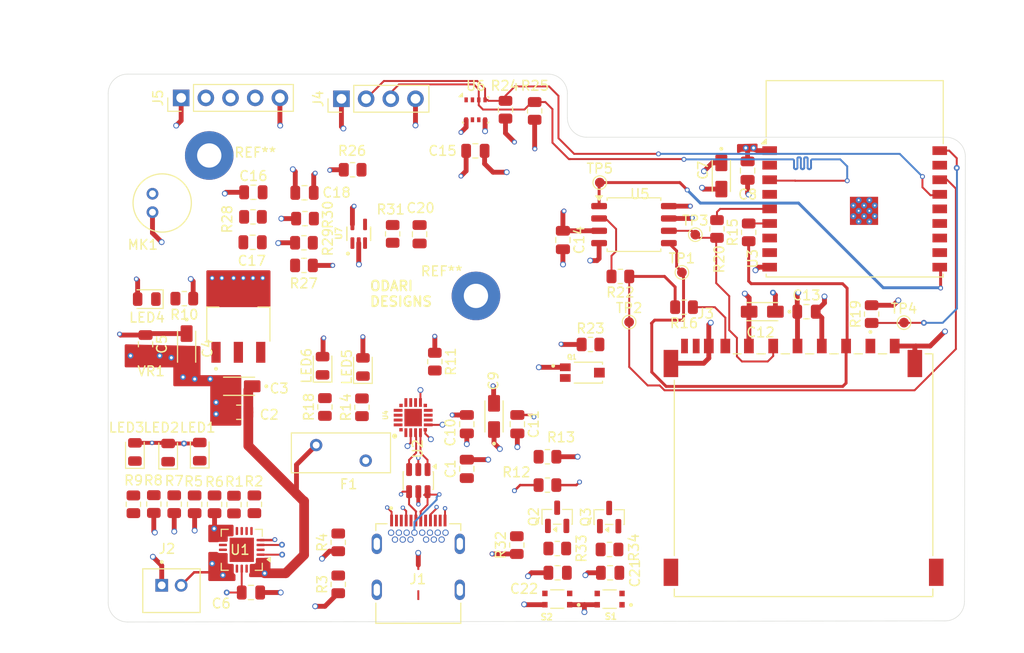
<source format=kicad_pcb>
(kicad_pcb (version 20241229) (generator "pcbnew") (generator_version "9.0")
  (layers (0 "F.Cu" jumper) (4 "In1.Cu" power) (6 "In2.Cu" power) (2 "B.Cu" signal) (13 "F.Paste" user) (15 "B.Paste" user) (5 "F.SilkS" user "F.Silkscreen") (7 "B.SilkS" user "B.Silkscreen") (1 "F.Mask" user) (3 "B.Mask" user) (25 "Edge.Cuts" user))
  (net 0 "")
  (net 1 "GND")
  (net 2 "Net-(J1-VBUSB1)")
  (net 3 "+5V")
  (net 4 "+3.3V")
  (net 5 "/+5V_USB")
  (net 6 "Net-(U4-VBUS)")
  (net 7 "Net-(C16-Pad2)")
  (net 8 "/MCU_sheet/MIC_OUT")
  (net 9 "/MCU_sheet/BOOT")
  (net 10 "/MCU_sheet/EN")
  (net 11 "/MCU_sheet/SDA")
  (net 12 "/MCU_sheet/SCL")
  (net 13 "/MCU_sheet/GPIO18")
  (net 14 "/MCU_sheet/GPIO8")
  (net 15 "/MCU_sheet/GPIO19")
  (net 16 "Net-(LED1-Pad1)")
  (net 17 "Net-(LED2-Pad1)")
  (net 18 "Net-(LED3-Pad1)")
  (net 19 "Net-(LED4-Pad1)")
  (net 20 "Net-(LED5-Pad1)")
  (net 21 "Net-(LED6-Pad1)")
  (net 22 "/MCU_sheet/RTS")
  (net 23 "Net-(Q2-B)")
  (net 24 "Net-(Q3-B)")
  (net 25 "/MCU_sheet/DTS")
  (net 26 "Net-(U1-STAT2)")
  (net 27 "Net-(U1-STAT1{slash}~{LBO})")
  (net 28 "Net-(J1-CC2)")
  (net 29 "Net-(J1-CC1)")
  (net 30 "Net-(U1-PROG1)")
  (net 31 "Net-(U1-PROG3)")
  (net 32 "Net-(U1-CE)")
  (net 33 "Net-(U1-~{TE})")
  (net 34 "Net-(U1-~{PG})")
  (net 35 "Net-(U4-~{RST})")
  (net 36 "/VBUS")
  (net 37 "Net-(U4-~{TXT}{slash}GPIO.2)")
  (net 38 "/MCU_sheet/MOSI_DI")
  (net 39 "Net-(U3-IO7)")
  (net 40 "Net-(J3-DAT0)")
  (net 41 "/MCU_sheet/MISO_DO")
  (net 42 "Net-(U4-~{RXT}{slash}GPIO.3)")
  (net 43 "/MCU_sheet/CD_SD")
  (net 44 "Net-(U3-IO6)")
  (net 45 "/MCU_sheet/SCLK")
  (net 46 "Net-(U5-DO{slash}IO_{1})")
  (net 47 "/MCU_sheet/PHOTO_C")
  (net 48 "Net-(U7-IN+)")
  (net 49 "/MCU_sheet/CS")
  (net 50 "/VBAT")
  (net 51 "/USB_DN")
  (net 52 "/MCU_sheet/USB_D+")
  (net 53 "/USB_DP")
  (net 54 "/MCU_sheet/USB_D-")
  (net 55 "/MCU_sheet/TX_RX")
  (net 56 "/MCU_sheet/RX_TX")
  (net 75 "Net-(C17-Pad1)")
  (net 76 "Net-(U7-IN-)")
  (footprint "FootPrints:TRANS_TEMT6000X01" (layer "F.Cu") (at 136.285 111.74)
    (property "Reference" "Q1")
    (property "Value" "TEMT6000X01")
  )
  (footprint "FootPrints:CAPMP3216X180N" (layer "F.Cu") (at 154.8 105.4625 180)
    (property "Reference" "C12")
    (property "Value" "10u")
  )
  (footprint "LED_SMD:LED_0805_2012Metric" (layer "F.Cu") (at 93.67 119.9725 90)
    (property "Reference" "LED2")
    (property "Value" "LTST-C170KGKT")
  )
  (footprint "Connector_PinHeader_2.54mm:PinHeader_1x04_P2.54mm_Vertical" (layer "F.Cu") (at 111.5 83.54 90)
    (property "Reference" "J4")
    (property "Value" "Conn_01x04_Pin")
  )
  (footprint "FootPrints:SW_USLPT2819DT2TR" (layer "F.Cu") (at 133.71 135.055 180)
    (property "Reference" "S2")
    (property "Value" "USLPT2819DT2TR")
  )
  (footprint "Fuse:Fuse_BelFuse_0ZRE0016FF_L9.9mm_W3.8mm" (layer "F.Cu") (at 114 120.8 180)
    (property "Reference" "F1")
    (property "Value" "Polyfuse_Small")
  )
  (footprint "Resistor_SMD:R_0805_2012Metric" (layer "F.Cu") (at 131.38 84.79 90)
    (property "Reference" "R25")
    (property "Value" "4K7")
  )
  (footprint "Resistor_SMD:R_0805_2012Metric" (layer "F.Cu") (at 109.8 115.2775 90)
    (property "Reference" "R18")
    (property "Value" "470R")
  )
  (footprint "Package_TO_SOT_SMD:SOT-23" (layer "F.Cu") (at 139.045 126.6125 90)
    (property "Reference" "Q3")
    (property "Value" "BC817")
  )
  (footprint "MountingHole:MountingHole_2.5mm_Pad" (layer "F.Cu") (at 125.34 103.84)
    (property "Reference" "REF**")
    (property "Value" "MountingHole_2.5mm_Pad")
  )
  (footprint "Resistor_SMD:R_0805_2012Metric" (layer "F.Cu") (at 113.61 115.3075 90)
    (property "Reference" "R14")
    (property "Value" "470R")
  )
  (footprint "Resistor_SMD:R_0805_2012Metric" (layer "F.Cu") (at 121.11 110.6075 -90)
    (property "Reference" "R11")
    (property "Value" "1k")
  )
  (footprint "FootPrints:VREG_LM1117MPX-3.3_NOPB" (layer "F.Cu") (at 100.895 106.745 90)
    (property "Reference" "VR1")
    (property "Value" "LM1117MPX-3.3_NOPB")
  )
  (footprint "FootPrints:CAPMP3216X180N" (layer "F.Cu") (at 127.2 116.25 90)
    (property "Reference" "C9")
    (property "Value" "4.7u")
  )
  (footprint "FootPrints:SW_USLPT2819DT2TR" (layer "F.Cu") (at 139.095 135.06 180)
    (property "Reference" "S1")
    (property "Value" "USLPT2819DT2TR")
  )
  (footprint "Package_DFN_QFN:QFN-20-1EP_4x4mm_P0.5mm_EP2.5x2.5mm" (layer "F.Cu") (at 101.245 129.985 180)
    (property "Reference" "U1")
    (property "Value" "MCP73871")
  )
  (footprint "Resistor_SMD:R_0805_2012Metric" (layer "F.Cu") (at 107.6425 98.37 180)
    (property "Reference" "R29")
    (property "Value" "1M")
  )
  (footprint "LED_SMD:LED_0805_2012Metric" (layer "F.Cu") (at 113.71 111.1575 90)
    (property "Reference" "LED5")
    (property "Value" "LTST-C170KGKT")
  )
  (footprint "Resistor_SMD:R_0805_2012Metric" (layer "F.Cu") (at 92.195 125.2725 -90)
    (property "Reference" "R8")
    (property "Value" "10K")
  )
  (footprint "Resistor_SMD:R_0805_2012Metric" (layer "F.Cu") (at 116.77 97.4525 90)
    (property "Reference" "R31")
    (property "Value" "100K")
  )
  (footprint "Capacitor_SMD:C_0805_2012Metric" (layer "F.Cu") (at 102.19 134.38)
    (property "Reference" "C6")
    (property "Value" "0.1u")
  )
  (footprint "Resistor_SMD:R_0805_2012Metric" (layer "F.Cu") (at 95.3325 104.12 180)
    (property "Reference" "R10")
    (property "Value" "470R")
  )
  (footprint "Package_TO_SOT_SMD:SOT-23" (layer "F.Cu") (at 133.695 126.5875 90)
    (property "Reference" "Q2")
    (property "Value" "BC817")
  )
  (footprint "MountingHole:MountingHole_2.5mm_Pad" (layer "F.Cu") (at 97.9 89.38)
    (property "Reference" "REF**")
    (property "Value" "MountingHole_2.5mm_Pad")
  )
  (footprint "FootPrints:CAPMP3216X180N" (layer "F.Cu") (at 150.59 91.49 -90)
    (property "Reference" "C7")
    (property "Value" "10u")
  )
  (footprint "Resistor_SMD:R_0805_2012Metric" (layer "F.Cu") (at 150.14 96.9425 90)
    (property "Reference" "R20")
    (property "Value" "50")
  )
  (footprint "Resistor_SMD:R_0805_2012Metric" (layer "F.Cu") (at 107.6425 100.7 180)
    (property "Reference" "R27")
    (property "Value" "1M")
  )
  (footprint "FootPrints:CUI_CMC-5042PF-AC" (layer "F.Cu") (at 93.06 94.27 180)
    (property "Reference" "MK1")
    (property "Value" "CMC-5042PF-AC")
  )
  (footprint "Resistor_SMD:R_0805_2012Metric" (layer "F.Cu") (at 90.095 125.2975 90)
    (property "Reference" "R9")
    (property "Value" "470R")
  )
  (footprint "Capacitor_SMD:C_0805_2012Metric" (layer "F.Cu") (at 102.36 98.32)
    (property "Reference" "C17")
    (property "Value" "10n")
  )
  (footprint "RF_Module:ESP32-C3-WROOM-02" (layer "F.Cu") (at 164.31 94.88)
    (property "Reference" "U3")
    (property "Value" "ESP32-C3-WROOM-02")
  )
  (footprint "Package_LGA:Bosch_LGA-8_2.5x2.5mm_P0.65mm_ClockwisePinNumbering" (layer "F.Cu") (at 125.305 84.6775)
    (property "Reference" "U6")
    (property "Value" "BME280")
  )
  (footprint "Capacitor_SMD:C_0805_2012Metric" (layer "F.Cu") (at 153.29 90.94 -90)
    (property "Reference" "C8")
    (property "Value" "0.1u")
  )
  (footprint "Resistor_SMD:R_0805_2012Metric" (layer "F.Cu") (at 111.1705 129.217 90)
    (property "Reference" "R4")
    (property "Value" "5K1")
  )
  (footprint "FootPrints:JST_B2B-PH-K-S_LF__SN_" (layer "F.Cu") (at 94.01 134.19 180)
    (property "Reference" "J2")
    (property "Value" "B2B-PH-K-S_LF__SN_")
  )
  (footprint "TestPoint:TestPoint_Pad_D1.0mm" (layer "F.Cu") (at 141.1 106.53)
    (property "Reference" "TP2")
    (property "Value" "Test MISO")
  )
  (footprint "Resistor_SMD:R_0805_2012Metric" (layer "F.Cu") (at 129.545 129.4975 90)
    (property "Reference" "R32")
    (property "Value" "10K")
  )
  (footprint "Package_SO:SOIC-8_5.3x5.3mm_P1.27mm" (layer "F.Cu") (at 141.6 96.5)
    (property "Reference" "U5")
    (property "Value" "W25Q16JVSS")
  )
  (footprint "Resistor_SMD:R_0805_2012Metric" (layer "F.Cu") (at 137.1275 108.84)
    (property "Reference" "R23")
    (property "Value" "10K")
  )
  (footprint "Resistor_SMD:R_0805_2012Metric" (layer "F.Cu") (at 96.395 125.2975 90)
    (property "Reference" "R5")
    (property "Value" "10K")
  )
  (footprint "Capacitor_SMD:C_0805_2012Metric" (layer "F.Cu") (at 124.4 117.05 90)
    (property "Reference" "C10")
    (property "Value" "0.1u")
  )
  (footprint "Resistor_SMD:R_0805_2012Metric" (layer "F.Cu") (at 153.4 97.2925 90)
    (property "Reference" "R15")
    (property "Value" "50")
  )
  (footprint "Capacitor_SMD:C_0805_2012Metric" (layer "F.Cu") (at 159.35 105.4625)
    (property "Reference" "C13")
    (property "Value" "0.1u")
  )
  (footprint "Resistor_SMD:R_0805_2012Metric" (layer "F.Cu") (at 98.445 125.2975 90)
    (property "Reference" "R6")
    (property "Value" "10K")
  )
  (footprint "Capacitor_SMD:C_0805_2012Metric" (layer "F.Cu") (at 133.745 132.35 180)
    (property "Reference" "C22")
    (property "Value" "1u")
  )
  (footprint "Capacitor_SMD:C_0805_2012Metric" (layer "F.Cu") (at 107.7 93.22 180)
    (property "Reference" "C18")
    (property "Value" "0.1u")
  )
  (footprint "Capacitor_SMD:C_0805_2012Metric" (layer "F.Cu") (at 125.28 88.9025)
    (property "Reference" "C15")
    (property "Value" "0.1u")
  )
  (footprint "LED_SMD:LED_0805_2012Metric" (layer "F.Cu") (at 109.56 111.0325 90)
    (property "Reference" "LED6")
    (property "Value" "LTST-C170KGKT")
  )
  (footprint "Package_TO_SOT_SMD:SOT-23-6" (layer "F.Cu") (at 119.41 122.8575 -90)
    (property "Reference" "U2")
    (property "Value" "USBLC6-2SC6")
  )
  (footprint "Resistor_SMD:R_0805_2012Metric" (layer "F.Cu") (at 139.0825 129.95)
    (property "Reference" "R34")
    (property "Value" "10K")
  )
  (footprint "Connector_PinHeader_2.54mm:PinHeader_1x05_P2.54mm_Vertical" (layer "F.Cu") (at 95.01 83.45 90)
    (property "Reference" "J5")
    (property "Value" "Conn_01x05_Pin")
  )
  (footprint "Capacitor_SMD:C_0805_2012Metric" (layer "F.Cu") (at 124.4 121.65 90)
    (property "Reference" "C1")
    (property "Value" "0.1u")
  )
  (footprint "Resistor_SMD:R_0805_2012Metric" (layer "F.Cu") (at 111.1705 133.542 90)
    (property "Reference" "R3")
    (property "Value" "5K1")
  )
  (footprint "FootPrints:AMPHENOL_GSD090012SEU" (layer "F.Cu") (at 159.05 122.3)
    (property "Reference" "J3")
    (property "Value" "GSD090012SEU")
  )
  (footprint "Capacitor_SMD:C_0805_2012Metric" (layer "F.Cu") (at 100.97 115.82 180)
    (property "Reference" "C2")
    (property "Value" "0.1u")
  )
  (footprint "Capacitor_SMD:C_0805_2012Metric" (layer "F.Cu") (at 102.44 93.17)
    (property "Reference" "C16")
    (property "Value" "0.1u")
  )
  (footprint "FootPrints:WFQFN-20" (layer "F.Cu") (at 118.8795 116.3705 90)
    (property "Reference" "U4")
    (property "Value" "CP2102N-Axx-xQFN20")
  )
  (footprint "Capacitor_SMD:C_0805_2012Metric" (layer "F.Cu") (at 139.145 132.35 180)
    (property "Reference" "C21")
    (property "Value" "0.1u")
  )
  (footprint "Resistor_SMD:R_0805_2012Metric" (layer "F.Cu") (at 107.75 95.88 180)
    (property "Reference" "R30")
    (property "Value" "10k")
  )
  (footprint "Resistor_SMD:R_0805_2012Metric" (layer "F.Cu") (at 133.7075 129.85 180)
    (property "Reference" "R33")
    (property "Value" "10K")
  )
  (footprint "TestPoint:TestPoint_Pad_D1.0mm" (layer "F.Cu") (at 138.08 92.17)
    (property "Reference" "TP5")
    (property "Value" "CS")
  )
  (footprint "FootPrints:CAPMP3216X180N" (layer "F.Cu") (at 95.57 109.07 -90)
    (property "Reference" "C4")
    (property "Value" "10u")
  )
  (footprint "Resistor_SMD:R_0805_2012Metric" (layer "F.Cu") (at 146.7475 105 180)
    (property "Reference" "R16")
    (property "Value" "50")
  )
  (footprint "Capacitor_SMD:C_0805_2012Metric" (layer "F.Cu") (at 91.345 108.82 -90)
    (property "Reference" "C5")
    (property "Value" "0.1u")
  )
  (footprint "Resistor_SMD:R_0805_2012Metric" (layer "F.Cu") (at 94.295 125.285 -90)
    (property "Reference" "R7")
    (property "Value" "10K")
  )
  (footprint "Resistor_SMD:R_0805_2012Metric" (layer "F.Cu") (at 140.2 101.835 180)
    (property "Reference" "R22")
    (property "Value" "50")
  )
  (footprint "Resistor_SMD:R_0805_2012Metric" (layer "F.Cu") (at 102.545 125.2975 90)
    (property "Reference" "R2")
    (property "Value" "470R")
  )
  (footprint "LED_SMD:LED_0805_2012Metric" (layer "F.Cu") (at 90.25 119.9075 90)
    (property "Reference" "LED3")
    (property "Value" "LTST-C170KRKT")
  )
  (footprint "Resistor_SMD:R_0805_2012Metric" (layer "F.Cu") (at 128.38 84.665 90)
    (property "Reference" "R24")
    (property "Value" "4K7")
  )
  (footprint "Resistor_SMD:R_0805_2012Metric" (layer "F.Cu") (at 102.3975 95.7 180)
    (property "Reference" "R28")
    (property "Value" "2K")
  )
  (footprint "Resistor_SMD:R_0805_2012Metric" (layer "F.Cu") (at 112.6525 90.85)
    (property "Reference" "R26")
    (property "Value" "2K")
  )
  (footprint "FootPrints:CAPMP3216X180N" (layer "F.Cu") (at 100.97 113.145 180)
    (property "Reference" "C3")
    (property "Value" "10u")
  )
  (footprint "Resistor_SMD:R_0805_2012Metric" (layer "F.Cu") (at 132.7 120.4)
    (property "Reference" "R13")
    (property "Value" "47K5")
  )
  (footprint "SS-52400-003:BELFUSE_SS-52400-003" (layer "F.Cu") (at 119.41 134.1)
    (property "Reference" "J1")
    (property "Value" "SS-52400-003")
  )
  (footprint "Resistor_SMD:R_0805_2012Metric" (layer "F.Cu") (at 132.6975 123.32)
    (property "Reference" "R12")
    (property "Value" "22.1K")
  )
  (footprint "Capacitor_SMD:C_0805_2012Metric" (layer "F.Cu") (at 134.2875 98.085 -90)
    (property "Reference" "C14")
    (property "Value" "0.1u")
  )
  (footprint "LED_SMD:LED_0805_2012Metric" (layer "F.Cu") (at 91.47 104.17 180)
    (property "Reference" "LED4")
    (property "Value" "LTST-C170KRKT")
  )
  (footprint "TestPoint:TestPoint_Pad_D1.0mm" (layer "F.Cu") (at 146.53 101.42)
    (property "Reference" "TP1")
    (property "Value" "Test MOSI")
  )
  (footprint "LED_SMD:LED_0805_2012Metric" (layer "F.Cu") (at 96.92 119.8725 90)
    (property "Reference" "LED1")
    (property "Value" "LTST-C170KGKT")
  )
  (footprint "TestPoint:TestPoint_Pad_D1.0mm" (layer "F.Cu") (at 169.38 106.59)
    (property "Reference" "TP4")
    (property "Value" "Test CD_SD")
  )
  (footprint "TestPoint:TestPoint_Pad_D1.0mm" (layer "F.Cu") (at 147.91 97.53)
    (property "Reference" "TP3")
    (property "Value" "Test SCLK")
  )
  (footprint "Capacitor_SMD:C_0805_2012Metric" (layer "F.Cu") (at 129.6 117.05 -90)
    (property "Reference" "C11")
    (property "Value" "1u")
  )
  (footprint "Capacitor_SMD:C_0805_2012Metric" (layer "F.Cu") (at 119.54 97.49 90)
    (property "Reference" "C20")
    (property "Value" "0.1u")
  )
  (footprint "FootPrints:SOT65P210X110-5N" (layer "F.Cu") (at 113.28 97.44 90)
    (property "Reference" "U7")
    (property "Value" "MAX4466EXK")
  )
  (footprint "Resistor_SMD:R_0805_2012Metric" (layer "F.Cu") (at 100.445 125.3225 90)
    (property "Reference" "R1")
    (property "Value" "470R")
  )
  (footprint "Resistor_SMD:R_0805_2012Metric" (layer "F.Cu") (at 166.05 105.7125 90)
    (property "Reference" "R19")
    (property "Value" "10k")
  )
  (gr_line (start 87.5 135.417287) (end 87.5 83) (stroke (width 0.05)) (layer "Edge.Cuts"))
  (gr_arc (start 87.5 83) (mid 88.085786 81.585786) (end 89.5 81) (stroke (width 0.05)) (layer "Edge.Cuts"))
  (gr_line (start 134.75 85.5) (end 134.75 83) (stroke (width 0.05)) (layer "Edge.Cuts"))
  (gr_arc (start 173.695959 87.5) (mid 175.111626 88.0872) (end 175.695955 89.504037) (stroke (width 0.05)) (layer "Edge.Cuts"))
  (gr_line (start 173.695959 87.5) (end 136.75 87.5) (stroke (width 0.05)) (layer "Edge.Cuts"))
  (gr_arc (start 136.75 87.5) (mid 135.335786 86.914214) (end 134.75 85.5) (stroke (width 0.05)) (layer "Edge.Cuts"))
  (gr_line (start 175.603494 135.30732) (end 175.695955 89.504037) (stroke (width 0.05)) (layer "Edge.Cuts"))
  (gr_line (start 89.502711 137.417285) (end 173.606209 137.303281) (stroke (width 0.05)) (layer "Edge.Cuts"))
  (gr_arc (start 132.75 81) (mid 134.164214 81.585786) (end 134.75 83) (stroke (width 0.05)) (layer "Edge.Cuts"))
  (gr_arc (start 89.502711 137.417285) (mid 88.08675 136.832458) (end 87.5 135.417287) (stroke (width 0.05)) (layer "Edge.Cuts"))
  (gr_arc (start 175.603494 135.30732) (mid 175.017243 136.717965) (end 173.606209 137.303281) (stroke (width 0.05)) (layer "Edge.Cuts"))
  (gr_line (start 132.75 81) (end 89.5 81) (stroke (width 0.05)) (layer "Edge.Cuts"))
  (gr_text "ODARI\nDESIGNS" (at 114.33 105.01 0) (layer "F.SilkS") (effects (font (size 1 1) (thickness 0.2) (bold yes)) (justify left bottom)))
  (segment (start 101.49 93.17) (end 99.63 93.17) (width 0.5) (layer "F.Cu") (net 1))
  (segment (start 94.295 128.095) (end 94.3 128.1) (width 0.5) (layer "F.Cu") (net 1))
  (segment (start 122.16 126.97) (end 122.16 125.71) (width 0.2) (layer "F.Cu") (net 1))
  (segment (start 127.1 91.1) (end 128.5 91.1) (width 0.5) (layer "F.Cu") (net 1))
  (segment (start 149.3 110.25) (end 149.3 109) (width 0.5) (layer "F.Cu") (net 1))
  (segment (start 134.985 135.635) (end 136.5 135.635) (width 0.5) (layer "F.Cu") (net 1))
  (segment (start 153.425 109) (end 153.425 105.4875) (width 0.5) (layer "F.Cu") (net 1))
  (segment (start 136.5 135.635) (end 137.815 135.635) (width 0.5) (layer "F.Cu") (net 1))
  (segment (start 98.445 127.755) (end 98.4 127.8) (width 0.5) (layer "F.Cu") (net 1))
  (segment (start 126.28 85.7025) (end 126.28 86.88) (width 0.5) (layer "F.Cu") (net 1))
  (segment (start 131.8 111.2) (end 131.81 111.19) (width 0.5) (layer "F.Cu") (net 1))
  (segment (start 105.17 86.27) (end 105.2 86.3) (width 0.5) (layer "F.Cu") (net 1))
  (segment (start 137.815 135.635) (end 137.82 135.64) (width 0.5) (layer "F.Cu") (net 1))
  (segment (start 116.66 126.97) (end 116.66 126.08) (width 0.2) (layer "F.Cu") (net 1))
  (segment (start 96.1 102.2) (end 96 102.1) (width 0.5) (layer "F.Cu") (net 1))
  (segment (start 111.1705 130.1295) (end 110.2705 130.1295) (width 0.5) (layer "F.Cu") (net 1))
  (segment (start 124.4 120.7) (end 126.6 120.7) (width 0.5) (layer "F.Cu") (net 1))
  (segment (start 173.569 107.5) (end 172.069 109) (width 0.5) (layer "F.Cu") (net 1))
  (segment (start 106.8375 95.88) (end 105.32 95.88) (width 0.5) (layer "F.Cu") (net 1))
  (segment (start 153.45 104.05) (end 153 103.6) (width 0.5) (layer "F.Cu") (net 1))
  (segment (start 153.45 105.4625) (end 153.45 104.05) (width 0.5) (layer "F.Cu") (net 1))
  (segment (start 145.4 110.8) (end 145.426 110.774) (width 0.5) (layer "F.Cu") (net 1))
  (segment (start 99.63 93.17) (end 99.5 93.3) (width 0.5) (layer "F.Cu") (net 1))
  (segment (start 109.8 135.8) (end 108.8 135.8) (width 0.5) (layer "F.Cu") (net 1))
  (segment (start 118.6295 117.9205) (end 118.6295 118.9705) (width 0.2) (layer "F.Cu") (net 1))
  (segment (start 138.0125 98.405) (end 138.0125 99.9875) (width 0.5) (layer "F.Cu") (net 1))
  (segment (start 129.6 118) (end 129.6 119.4) (width 0.5) (layer "F.Cu") (net 1))
  (segment (start 105.17 83.45) (end 105.17 86.27) (width 0.5) (layer "F.Cu") (net 1))
  (segment (start 93.01 131.61) (end 92.1 130.7) (width 0.5) (layer "F.Cu") (net 1))
  (segment (start 131.05 132.35) (end 130.7 132.7) (width 0.5) (layer "F.Cu") (net 1))
  (segment (start 126.3 86.9) (end 126.28 86.88) (width 0.5) (layer "F.Cu") (net 1))
  (segment (start 113.28 98.4) (end 113.28 100.58) (width 0.5) (layer "F.Cu") (net 1))
  (segment (start 148.776 110.774) (end 149.3 110.25) (width 0.5) (layer "F.Cu") (net 1))
  (segment (start 119.1 86.3) (end 119.12 86.28) (width 0.5) (layer "F.Cu") (net 1))
  (segment (start 111.1455 134.4545) (end 109.8 135.8) (width 0.5) (layer "F.Cu") (net 1))
  (segment (start 161.2 104.5625) (end 161.2 103.9) (width 0.5) (layer "F.Cu") (net 1))
  (segment (start 134.53 111.19) (end 131.81 111.19) (width 0.5) (layer "F.Cu") (net 1))
  (segment (start 138.0125 99.9875) (end 137.8 100.2) (width 0.5) (layer "F.Cu") (net 1))
  (segment (start 92.195 126.185) (end 92.195 128.095) (width 0.5) (layer "F.Cu") (net 1))
  (segment (start 96.395 127.995) (end 96.4 128) (width 0.5) (layer "F.Cu") (net 1))
  (segment (start 119.6 113.5) (end 119.6295 113.5295) (width 0.2) (layer "F.Cu") (net 1))
  (segment (start 160.925 109) (end 160.925 106.0875) (width 0.5) (layer "F.Cu") (net 1))
  (segment (start 94.295 126.1975) (end 94.295 128.095) (width 0.5) (layer "F.Cu") (net 1))
  (segment (start 135.7 120.4) (end 135.8 120.4) (width 0.5) (layer "F.Cu") (net 1))
  (segment (start 92.06 95.22) (end 92.06 97.36) (width 0.5) (layer "F.Cu") (net 1))
  (segment (start 103.14 134.38) (end 105.25 134.38) (width 0.5) (layer "F.Cu") (net 1))
  (segment (start 113.28 100.58) (end 113.3 100.6) (width 0.5) (layer "F.Cu") (net 1))
  (segment (start 111.1705 134.4545) (end 111.1455 134.4545) (width 0.5) (layer "F.Cu") (net 1))
  (segment (start 145.426 110.774) (end 148.776 110.774) (width 0.5) (layer "F.Cu") (net 1))
  (segment (start 92.195 128.095) (end 92.3 128.2) (width 0.5) (layer "F.Cu") (net 1))
  (segment (start 119.6295 114.8205) (end 119.6295 113.5295) (width 0.2) (layer "F.Cu") (net 1))
  (segment (start 172.069 109) (end 170.6 109) (width 0.5) (layer "F.Cu") (net 1))
  (segment (start 119.41 121.72) (end 119.41 120.518712) (width 0.2) (layer "F.Cu") (net 1))
  (segment (start 126.23 88.9025) (end 126.23 90.23) (width 0.5) (layer "F.Cu") (net 1))
  (segment (start 119.41 130.31) (end 119.4 130.3) (width 0.5) (layer "F.Cu") (net 1))
  (segment (start 148.74 92.84) (end 148.6 92.7) (width 0.5) (layer "F.Cu") (net 1))
  (segment (start 168.425 109) (end 170.6 109) (width 0.5) (layer "F.Cu") (net 1))
  (segment (start 138.195 132.35) (end 136.85 132.35) (width 0.5) (layer "F.Cu") (net 1))
  (segment (start 155.56 100.88) (end 154.42 100.88) (width 0.5) (layer "F.Cu") (net 1))
  (segment (start 136.5 135.635) (end 136.5 136.4) (width 0.5) (layer "F.Cu") (net 1))
  (segment (start 149.5 106.6) (end 149.3 106.8) (width 0.5) (layer "F.Cu") (net 1))
  (segment (start 133.6125 120.4) (end 135.7 120.4) (width 0.5) (layer "F.Cu") (net 1))
  (segment (start 96.245 104.12) (end 96.245 102.345) (width 0.5) (layer "F.Cu") (net 1))
  (segment (start 154.42 100.88) (end 154.1 101.2) (width 0.5) (layer "F.Cu") (net 1))
  (segment (start 150.59 92.84) (end 148.74 92.84) (width 0.5) (layer "F.Cu") (net 1))
  (segment (start 116.66 126.08) (end 116.21 125.63) (width 0.2) (layer "F.Cu") (net 1))
  (segment (start 170.5 109.1) (end 170.6 109) (width 0.5) (layer "F.Cu") (net 1))
  (segment (start 92.06 97.36) (end 93 98.3) (width 0.5) (layer "F.Cu") (net 1))
  (segment (start 153.425 105.4875) (end 153.45 105.4625) (width 0.5) (layer "F.Cu") (net 1))
  (segment (start 127.2 119) (end 127.2 117.6) (width 0.5) (layer "F.Cu") (net 1))
  (segment (start 170.5 110.8) (end 170.5 109.1) (width 0.5) (layer "F.Cu") (net 1))
  (segment (start 105.03 98.37) (end 105 98.4) (width 0.5) (layer "F.Cu") (net 1))
  (segment (start 93.01 133.64) (end 93.01 131.61) (width 0.5) (layer "F.Cu") (net 1))
  (segment (start 106.73 98.37) (end 105.03 98.37) (width 0.5) (layer "F.Cu") (net 1))
  (segment (start 132.795 132.35) (end 131.05 132.35) (width 0.5) (layer "F.Cu") (net 1))
  (segment (start 98.445 126.21) (end 98.445 127.755) (width 0.5) (layer "F.Cu") (net 1))
  (segment (start 122.16 125.71) (end 122.15 125.7) (width 0.2) (layer "F.Cu") (net 1))
  (segment (start 149.3 109) (end 149.3 106.8) (width 0.5) (layer "F.Cu") (net 1))
  (segment (start 173.6 107.5) (end 173.569 107.5) (width 0.5) (layer "F.Cu") (net 1))
  (segment (start 127.8 119.6) (end 127.2 119) (width 0.5) (layer "F.Cu") (net 1))
  (segment (start 153.29 93.29) (end 153.4 93.4) (width 0.5) (layer "F.Cu") (net 1))
  (segment (start 126.23 90.23) (end 127.1 91.1) (width 0.5) (layer "F.Cu") (net 1))
  (segment (start 160.925 106.0875) (end 160.3 105.4625) (width 0.5) (layer "F.Cu") (net 1))
  (segment (start 110.2705 130.1295) (end 109.5 130.9) (width 0.5) (layer "F.Cu") (net 1))
  (segment (start 96.245 102.345) (end 96.1 102.2) (width 0.5) (layer "F.Cu") (net 1))
  (segment (start 119.12 83.54) (end 119.12 86.28) (width 0.5) (layer "F.Cu") (net 1))
  (segment (start 132.435 135.635) (end 130.335 135.635) (width 0.5) (layer "F.Cu") (net 1))
  (segment (start 134.2875 100.5875) (end 134.3 100.6) (width 0.5) (layer "F.Cu") (net 1))
  (segment (start 118.6295 118.9705) (end 118.3 119.3) (width 0.2) (layer "F.Cu") (net 1))
  (segment (start 119.41 131.55) (end 119.41 130.31) (width 0.5) (layer "F.Cu") (net 1))
  (segment (start 137.8 100.2) (end 137.1 100.2) (width 0.5) (layer "F.Cu") (net 1))
  (segment (start 153.29 91.89) (end 153.29 93.29) (width 0.5) (layer "F.Cu") (net 1))
  (segment (start 106.75 91.05) (end 106.5 90.8) (width 0.5) (layer "F.Cu") (net 1))
  (segment (start 160.3 105.4625) (end 161.2 104.5625) (width 0.5) (layer "F.Cu") (net 1))
  (segment (start 134.2875 99.035) (end 134.2875 100.5875) (width 0.5) (layer "F.Cu") (net 1))
  (segment (start 106.75 93.22) (end 106.75 91.05) (width 0.5) (layer "F.Cu") (net 1))
  (segment (start 136.85 132.35) (end 136.6 132.6) (width 0.5) (layer "F.Cu") (net 1))
  (segment (start 124.4 118) (end 124.4 119.1) (width 0.5) (layer "F.Cu") (net 1))
  (segment (start 105.3 95.9) (end 105.32 95.88) (width 0.5) (layer "F.Cu") (net 1))
  (segment (start 96.395 126.21) (end 96.395 127.995) (width 0.5) (layer "F.Cu") (net 1))
  (segment (start 130.335 135.635) (end 130.3 135.6) (width 0.5) (layer "F.Cu") (net 1))
  (via (at 136.5 136.4) (size 0.6) (drill 0.4) (layers "F.Cu" "B.Cu") (net 1))
  (via (at 153 103.6) (size 0.6) (drill 0.4) (layers "F.Cu" "B.Cu") (net 1))
  (via (at 109.5 130.9) (size 0.6) (drill 0.4) (layers "F.Cu" "B.Cu") (net 1))
  (via (at 119.4 130.3) (size 0.6) (drill 0.4) (layers "F.Cu" "B.Cu") (net 1))
  (via (at 137.1 100.2) (size 0.6) (drill 0.4) (layers "F.Cu" "B.Cu") (net 1))
  (via (at 96.4 128) (size 0.6) (drill 0.4) (layers "F.Cu" "B.Cu") (net 1))
  (via (at 131.81 111.19) (size 0.6) (drill 0.4) (layers "F.Cu" "B.Cu") (net 1))
  (via (at 161.2 103.9) (size 0.6) (drill 0.4) (layers "F.Cu" "B.Cu") (net 1))
  (via (at 93 98.3) (size 0.6) (drill 0.4) (layers "F.Cu" "B.Cu") (net 1))
  (via (at 130.3 135.6) (size 0.6) (drill 0.4) (layers "F.Cu" "B.Cu") (net 1))
  (via (at 99.5 93.3) (size 0.6) (drill 0.4) (layers "F.Cu" "B.Cu") (net 1))
  (via (at 108.8 135.8) (size 0.6) (drill 0.4) (layers "F.Cu" "B.Cu") (net 1))
  (via (at 96 102.1) (size 0.6) (drill 0.4) (layers "F.Cu" "B.Cu") (net 1))
  (via (at 134.3 100.6) (size 0.6) (drill 0.4) (layers "F.Cu" "B.Cu") (net 1))
  (via (at 153.4 93.4) (size 0.6) (drill 0.4) (layers "F.Cu" "B.Cu") (net 1))
  (via (at 105.25 134.38) (size 0.6) (drill 0.4) (layers "F.Cu" "B.Cu") (net 1))
  (via (at 92.1 130.7) (size 0.6) (drill 0.4) (layers "F.Cu" "B.Cu") (net 1))
  (via (at 122.16 125.71) (size 0.45) (drill 0.25) (layers "F.Cu" "B.Cu") (net 1))
  (via (at 98.6 116) (size 0.6) (drill 0.3) (layers "F.Cu" "B.Cu") (net 1))
  (via (at 135.8 120.4) (size 0.6) (drill 0.4) (layers "F.Cu" "B.Cu") (net 1))
  (via (at 106.5 90.8) (size 0.6) (drill 0.4) (layers "F.Cu" "B.Cu") (net 1))
  (via (at 105 98.4) (size 0.6) (drill 0.4) (layers "F.Cu" "B.Cu") (net 1))
  (via (at 116.21 125.63) (size 0.45) (drill 0.25) (layers "F.Cu" "B.Cu") (net 1))
  (via (at 130.7 132.7) (size 0.6) (drill 0.4) (layers "F.Cu" "B.Cu") (net 1))
  (via (at 127.8 119.6) (size 0.6) (drill 0.4) (layers "F.Cu" "B.Cu") (net 1))
  (via (at 173.6 107.5) (size 0.6) (drill 0.4) (layers "F.Cu" "B.Cu") (net 1))
  (via (at 113.3 100.6) (size 0.6) (drill 0.4) (layers "F.Cu" "B.Cu") (net 1))
  (via (at 119.6295 113.5295) (size 0.6) (drill 0.4) (layers "F.Cu" "B.Cu") (net 1))
  (via (at 89.8 110) (size 0.6) (drill 0.3) (layers "F.Cu" "B.Cu") (net 1))
  (via (at 124.4 119.1) (size 0.6) (drill 0.4) (layers "F.Cu" "B.Cu") (net 1))
  (via (at 148.6 92.7) (size 0.6) (drill 0.4) (layers "F.Cu" "B.Cu") (net 1))
  (via (at 94 110.2) (size 0.6) (drill 0.3) (layers "F.Cu" "B.Cu") (net 1))
  (via (at 126.6 120.7) (size 0.6) (drill 0.4) (layers "F.Cu" "B.Cu") (net 1))
  (via (at 92.3 128.2) (size 0.6) (drill 0.4) (layers "F.Cu" "B.Cu") (net 1))
  (via (at 154.1 101.2) (size 0.6) (drill 0.4) (layers "F.Cu" "B.Cu") (net 1))
  (via (at 118.3 119.3) (size 0.6) (drill 0.4) (layers "F.Cu" "B.Cu") (net 1))
  (via (at 128.5 91.1) (size 0.6) (drill 0.4) (layers "F.Cu" "B.Cu") (net 1))
  (via (at 136.6 132.6) (size 0.6) (drill 0.4) (layers "F.Cu" "B.Cu") (net 1))
  (via (at 98.6 114.8) (size 0.6) (drill 0.3) (layers "F.Cu" "B.Cu") (net 1))
  (via (at 119.41 120.518712) (size 0.45) (drill 0.25) (layers "F.Cu" "B.Cu") (net 1))
  (via (at 95.2 112.2) (size 0.6) (drill 0.3) (layers "F.Cu" "B.Cu") (net 1))
  (via (at 94.3 128.1) (size 0.6) (drill 0.4) (layers "F.Cu" "B.Cu") (net 1))
  (via (at 92.8 110) (size 0.6) (drill 0.3) (layers "F.Cu" "B.Cu") (net 1))
  (via (at 129.6 119.4) (size 0.6) (drill 0.4) (layers "F.Cu" "B.Cu") (net 1))
  (via (at 105.2 86.3) (size 0.6) (drill 0.4) (layers "F.Cu" "B.Cu") (net 1))
  (via (at 119.12 86.28) (size 0.6) (drill 0.4) (layers "F.Cu" "B.Cu") (net 1))
  (via (at 149.5 106.6) (size 0.6) (drill 0.4) (layers "F.Cu" "B.Cu") (net 1))
  (via (at 126.28 86.88) (size 0.6) (drill 0.4) (layers "F.Cu" "B.Cu") (net 1))
  (via (at 98 112.4) (size 0.6) (drill 0.3) (layers "F.Cu" "B.Cu") (net 1))
  (via (at 96.4 112.4) (size 0.6) (drill 0.3) (layers "F.Cu" "B.Cu") (net 1))
  (via (at 98.4 127.8) (size 0.6) (drill 0.3) (layers "F.Cu" "B.Cu") (net 1))
  (via (at 105.32 95.88) (size 0.6) (drill 0.4) (layers "F.Cu" "B.Cu") (net 1))
  (segment (start 101.92 119.27) (end 101.92 115.82) (width 1) (layer "F.Cu") (net 3))
  (segment (start 103.6 132.4) (end 105.76 132.4) (width 1) (layer "F.Cu") (net 3))
  (segment (start 90.25 118.97) (end 92.01 118.97) (width 0.4) (layer "F.Cu") (net 3))
  (segment (start 106.875 124.225) (end 101.92 119.27) (width 1) (layer "F.Cu") (net 3))
  (segment (start 105.76 132.4) (end 107.66 130.5) (width 1) (layer "F.Cu") (net 3))
  (segment (start 108.9 119.2) (end 106.875 121.225) (width 0.5) (layer "F.Cu") (net 3))
  (segment (start 101.92 115.82) (end 101.92 113.545) (width 1) (layer "F.Cu") (net 3))
  (segment (start 95.3 119.035) (end 96.82 119.035) (width 0.4) (layer "F.Cu") (net 3))
  (segment (start 104.6 128.985) (end 103.1825 128.985) (width 0.25) (layer "F.Cu") (net 3))
  (segment (start 107.62 124.97) (end 106.875 124.225) (width 1) (layer "F.Cu") (net 3))
  (segment (start 101.92 113.545) (end 102.32 113.145) (width 1) (layer "F.Cu") (net 3))
  (segment (start 93.605 118.97) (end 93.67 119.035) (width 0.4) (layer "F.Cu") (net 3))
  (segment (start 92.01 118.97) (end 93.605 118.97) (width 0.4) (layer "F.Cu") (net 3))
  (segment (start 93.67 119.035) (end 95.3 119.035) (width 0.4) (layer "F.Cu") (net 3))
  (segment (start 107.66 130.5) (end 107.66 124.97) (width 1) (layer "F.Cu") (net 3))
  (segment (start 106.875 121.225) (end 106.875 124.225) (width 0.5) (layer "F.Cu") (net 3))
  (segment (start 107.66 124.97) (end 107.62 124.97) (width 1) (layer "F.Cu") (net 3))
  (segment (start 104.65 128.935) (end 104.6 128.985) (width 0.25) (layer "F.Cu") (net 3))
  (segment (start 96.82 119.035) (end 96.92 118.935) (width 0.4) (layer "F.Cu") (net 3))
  (via (at 104.65 128.935) (size 0.5) (drill 0.3) (layers "F.Cu" "B.Cu") (net 3))
  (via (at 92.01 118.97) (size 0.45) (drill 0.25) (layers "F.Cu" "B.Cu") (net 3))
  (via (at 95.3 119.035) (size 0.6) (drill 0.3) (layers "F.Cu" "B.Cu") (net 3))
  (via (at 103.6 132.4) (size 0.6) (drill 0.3) (layers "F.Cu" "B.Cu") (net 3))
  (segment (start 120.1295 117.6205) (end 120.1295 118.0295) (width 0.2) (layer "F.Cu") (net 4))
  (segment (start 121.8795 117.1205) (end 121.9 117.1) (width 0.2) (layer "F.Cu") (net 4))
  (segment (start 150.59 90.14) (end 149.66 90.14) (width 0.5) (layer "F.Cu") (net 4))
  (segment (start 147.4 94.6) (end 147.395 94.595) (width 0.5) (layer "F.Cu") (net 4))
  (segment (start 156.15 105.4625) (end 156.15 103.75) (width 0.5) (layer "F.Cu") (net 4))
  (segment (start 145.1875 95.865) (end 147.535 95.865) (width 0.5) (layer "F.Cu") (net 4))
  (segment (start 128.38 87.08) (end 129.3 88) (width 0.5) (layer "F.Cu") (net 4))
  (segment (start 109.61 110.095) (end 109.61 108.24) (width 0.5) (layer "F.Cu") (net 4))
  (segment (start 158.4 103.6) (end 158.5 103.5) (width 0.5) (layer "F.Cu") (net 4))
  (segment (start 121.11 109.695) (end 121.11 108.01) (width 0.5) (layer "F.Cu") (net 4))
  (segment (start 127.16 113.16) (end 127.1 113.1) (width 0.5) (layer "F.Cu") (net 4))
  (segment (start 113.71 108.06) (end 113.7 108.05) (width 0.5) (layer "F.Cu") (net 4))
  (segment (start 124.33 90.97) (end 123.8 91.5) (width 0.5) (layer "F.Cu") (net 4))
  (segment (start 131.38 88.68) (end 131.4 88.7) (width 0.5) (layer "F.Cu") (net 4))
  (segment (start 88.77 107.87) (end 88.67 107.77) (width 0.5) (layer "F.Cu") (net 4))
  (segment (start 134.14 108.84) (end 134.1 108.8) (width 0.5) (layer "F.Cu") (net 4))
  (segment (start 95.01 85.79) (end 94.5 86.3) (width 0.5) (layer "F.Cu") (net 4))
  (segment (start 128.38 85.5775) (end 128.38 87.08) (width 0.5) (layer "F.Cu") (net 4))
  (segment (start 158.4 105.4625) (end 158.4 103.6) (width 0.5) (layer "F.Cu") (net 4))
  (segment (start 121.11 108.01) (end 121.1 108) (width 0.5) (layer "F.Cu") (net 4))
  (segment (start 95.57 107.72) (end 91.495 107.72) (width 0.5) (layer "F.Cu") (net 4))
  (segment (start 123.5 116.1) (end 122.9 116.1) (width 0.5) (layer "F.Cu") (net 4))
  (segment (start 145.1875 94.595) (end 147.395 94.595) (width 0.5) (layer "F.Cu") (net 4))
  (segment (start 149.66 90.14) (end 148.8 91) (width 0.5) (layer "F.Cu") (net 4))
  (segment (start 158.425 109) (end 158.425 105.4875) (width 0.5) (layer "F.Cu") (net 4))
  (segment (start 91.495 107.72) (end 91.345 107.87) (width 0.5) (layer "F.Cu") (net 4))
  (segment (start 108.65 93.22) (end 108.65 91.35) (width 0.5) (layer "F.Cu") (net 4))
  (segment (start 124.4 116.1) (end 123.5 116.1) (width 0.5) (layer "F.Cu") (net 4))
  (segment (start 134.2875 97.135) (end 134.2875 95.2125) (width 0.5) (layer "F.Cu") (net 4))
  (segment (start 124.33 85.7025) (end 124.33 86.47) (width 0.5) (layer "F.Cu") (net 4))
  (segment (start 90.5325 102.2325) (end 90.4 102.1) (width 0.5) (layer "F.Cu") (net 4))
  (segment (start 120.4295 117.1205) (end 121.8795 117.1205) (width 0.2) (layer "F.Cu") (net 4))
  (segment (start 168.3 104.8) (end 168.8 104.3) (width 0.5) (layer "F.Cu") (net 4))
  (segment (start 112.63 94.77) (end 112.8 94.6) (width 0.5) (layer "F.Cu") (net 4))
  (segment (start 156.15 103.75) (end 155.9 103.5) (width 0.5) (layer "F.Cu") (net 4))
  (segment (start 138.0125 97.135) (end 134.2875 97.135) (width 0.5) (layer "F.Cu") (net 4))
  (segment (start 111.5 83.54) (end 111.5 86.4) (width 0.5) (layer "F.Cu") (net 4))
  (segment (start 95.01 83.45) (end 95.01 85.79) (width 0.5) (layer "F.Cu") (net 4))
  (segment (start 136.215 108.84) (end 134.14 108.84) (width 0.5) (layer "F.Cu") (net 4))
  (segment (start 112.63 96.48) (end 112.63 94.77) (width 0.5) (layer "F.Cu") (net 4))
  (segment (start 127.16 115.1) (end 127.16 113.16) (width 0.5) (layer "F.Cu") (net 4))
  (segment (start 108.65 91.35) (end 108.8 91.2) (width 0.5) (layer "F.Cu") (net 4))
  (segment (start 166.05 104.8) (end 168.3 104.8) (width 0.5) (layer "F.Cu") (net 4))
  (segment (start 109.61 108.24) (end 109.68 108.17) (width 0.5) (layer "F.Cu") (net 4))
  (segment (start 127.01 130.41) (end 127 130.4) (width 0.5) (layer "F.Cu") (net 4))
  (segment (start 131.38 85.7025) (end 131.38 88.68) (width 0.5) (layer "F.Cu") (net 4))
  (segment (start 124.33 88.9025) (end 124.33 90.97) (width 0.5) (layer "F.Cu") (net 4))
  (segment (start 110.35 90.85) (end 110.3 90.9) (width 0.5) (layer "F.Cu") (net 4))
  (segment (start 129.545 130.41) (end 127.01 130.41) (width 0.5) (layer "F.Cu") (net 4))
  (segment (start 120.1295 118.0295) (end 120.7 118.6) (width 0.2) (layer "F.Cu") (net 4))
  (segment (start 111.5 86.4) (end 111.7 86.6) (width 0.5) (layer "F.Cu") (net 4))
  (segment (start 91.345 107.87) (end 88.77 107.87) (width 0.5) (layer "F.Cu") (net 4))
  (segment (start 90.5325 104.17) (end 90.5325 102.2325) (width 0.5) (layer "F.Cu") (net 4))
  (segment (start 147.535 95.865) (end 147.6 95.8) (width 0.5) (layer "F.Cu") (net 4))
  (segment (start 158.425 105.4875) (end 158.4 105.4625) (width 0.5) (layer "F.Cu") (net 4))
  (segment (start 111.74 90.85) (end 110.35 90.85) (width 0.5) (layer "F.Cu") (net 4))
  (segment (start 110.6 100.7) (end 108.555 100.7) (width 0.5) (layer "F.Cu") (net 4))
  (segment (start 113.71 110.22) (end 113.71 108.06) (width 0.5) (layer "F.Cu") (net 4))
  (segment (start 134.2875 95.2125) (end 134.4 95.1) (width 0.5) (layer "F.Cu") (net 4))
  (segment (start 124.33 86.47) (end 123.8 87) (width 0.5) (layer "F.Cu") (net 4))
  (via (at 98.2 102) (size 0.5) (drill 0.3) (layers "F.Cu" "B.Cu") (net 4))
  (via (at 88.67 107.77) (size 0.5) (drill 0.3) (layers "F.Cu" "B.Cu") (net 4))
  (via (at 109.68 108.17) (size 0.5) (drill 0.3) (layers "F.Cu" "B.Cu") (net 4))
  (via (at 108.8 91.2) (size 0.5) (drill 0.3) (layers "F.Cu" "B.Cu") (net 4))
  (via (at 120.7 118.6) (size 0.6) (drill 0.4) (layers "F.Cu" "B.Cu") (net 4))
  (via (at 153.1 88.6) (size 0.6) (drill 0.3) (layers "F.Cu" "B.Cu") (net 4))
  (via (at 153.9 88.6) (size 0.6) (drill 0.3) (layers "F.Cu" "B.Cu") (net 4))
  (via (at 131.4 88.7) (size 0.5) (drill 0.3) (layers "F.Cu" "B.Cu") (net 4))
  (via (at 147.395 94.595) (size 0.5) (drill 0.3) (layers "F.Cu" "B.Cu") (net 4))
  (via (at 113.7 108.05) (size 0.5) (drill 0.3) (layers "F.Cu" "B.Cu") (net 4))
  (via (at 102.4 102) (size 0.5) (drill 0.3) (layers "F.Cu" "B.Cu") (net 4))
  (via (at 158.5 103.5) (size 0.6) (drill 0.4) (layers "F.Cu" "B.Cu") (net 4))
  (via (at 148.8 91) (size 0.6) (drill 0.4) (layers "F.Cu" "B.Cu") (net 4))
  (via (at 94.5 86.3) (size 0.6) (drill 0.4) (layers "F.Cu" "B.Cu") (net 4))
  (via (at 127 130.4) (size 0.5) (drill 0.3) (layers "F.Cu" "B.Cu") (net 4))
  (via (at 90.4 102.1) (size 0.5) (drill 0.3) (layers "F.Cu" "B.Cu") (net 4))
  (via (at 123.8 91.5) (size 0.5) (drill 0.3) (layers "F.Cu" "B.Cu") (net 4))
  (via (at 110.6 100.7) (size 0.5) (drill 0.3) (layers "F.Cu" "B.Cu") (net 4))
  (via (at 168.8 104.3) (size 0.6) (drill 0.4) (layers "F.Cu" "B.Cu") (net 4))
  (via (at 129.3 88) (size 0.5) (drill 0.3) (layers "F.Cu" "B.Cu") (net 4))
  (via (at 121.9 117.1) (size 0.6) (drill 0.4) (layers "F.Cu" "B.Cu") (net 4))
  (via (at 99.2 102) (size 0.5) (drill 0.3) (layers "F.Cu" "B.Cu") (net 4))
  (via (at 121.1 108) (size 0.5) (drill 0.3) (layers "F.Cu" "B.Cu") (net 4))
  (via (at 134.1 108.8) (size 0.5) (drill 0.3) (layers "F.Cu" "B.Cu") (net 4))
  (via (at 134.4 95.1) (size 0.5) (drill 0.3) (layers "F.Cu" "B.Cu") (net 4))
  (via (at 112.8 94.6) (size 0.5) (drill 0.3) (layers "F.Cu" "B.Cu") (net 4))
  (via (at 100.4 102) (size 0.5) (drill 0.3) (layers "F.Cu" "B.Cu") (net 4))
  (via (at 110.3 90.9) (size 0.5) (drill 0.3) (layers "F.Cu" "B.Cu") (net 4))
  (via (at 122.9 116.1) (size 0.5) (drill 0.3) (layers "F.Cu" "B.Cu") (net 4))
  (via (at 147.6 95.8) (size 0.5) (drill 0.3) (layers "F.Cu" "B.Cu") (net 4))
  (via (at 101.4 102) (size 0.5) (drill 0.3) (layers "F.Cu" "B.Cu") (net 4))
  (via (at 103.4 102) (size 0.5) (drill 0.3) (layers "F.Cu" "B.Cu") (net 4))
  (via (at 123.8 87) (size 0.5) (drill 0.3) (layers "F.Cu" "B.Cu") (net 4))
  (via (at 127.1 113.1) (size 0.5) (drill 0.3) (layers "F.Cu" "B.Cu") (net 4))
  (via (at 155.9 103.5) (size 0.6) (drill 0.3) (layers "F.Cu" "B.Cu") (net 4))
  (via (at 111.7 86.6) (size 0.6) (drill 0.4) (layers "F.Cu" "B.Cu") (net 4))
  (segment (start 105.395 130.485) (end 105.4 130.48) (width 0.2) (layer "F.Cu") (net 5))
  (segment (start 103.1825 130.485) (end 105.395 130.485) (width 0.2) (layer "F.Cu") (net 5))
  (segment (start 101.24 134.38) (end 99.7 134.38) (width 0.2) (layer "F.Cu") (net 5))
  (segment (start 101.24 131.9275) (end 101.245 131.9225) (width 0.2) (layer "F.Cu") (net 5))
  (segment (start 101.24 134.38) (end 101.24 131.9275) (width 0.2) (layer "F.Cu") (net 5))
  (segment (start 105.355 129.485) (end 105.38 129.46) (width 0.2) (layer "F.Cu") (net 5))
  (segment (start 103.1825 129.485) (end 105.355 129.485) (width 0.2) (layer "F.Cu") (net 5))
  (via (at 99.7 134.38) (size 0.6) (drill 0.3) (layers "F.Cu" "B.Cu") (net 5))
  (via (at 105.4 130.48) (size 0.6) (drill 0.3) (layers "F.Cu" "B.Cu") (net 5))
  (via (at 105.38 129.46) (size 0.6) (drill 0.3) (layers "F.Cu" "B.Cu") (net 5))
  (segment (start 133.61 123.32) (end 135.68 123.32) (width 0.25) (layer "F.Cu") (net 6))
  (segment (start 135.68 123.32) (end 136 123) (width 0.25) (layer "F.Cu") (net 6))
  (segment (start 131.1 116.1) (end 131.3 116.3) (width 0.25) (layer "F.Cu") (net 6))
  (segment (start 129.6 116.1) (end 131.1 116.1) (width 0.25) (layer "F.Cu") (net 6))
  (via (at 136 123) (size 0.5) (drill 0.3) (layers "F.Cu" "B.Cu") (net 6))
  (via (at 131.3 116.3) (size 0.5) (drill 0.3) (layers "F.Cu" "B.Cu") (net 6))
  (segment (start 130.33 84.65) (end 131.1025 83.8775) (width 0.2) (layer "F.Cu") (net 11))
  (segment (start 163.54 91.98) (end 158.19 91.98) (width 0.2) (layer "F.Cu") (net 11))
  (segment (start 133.21 88.06) (end 133.63 88.48) (width 0.2) (layer "F.Cu") (net 11))
  (segment (start 125.63 83.6525) (end 125.63 84.21) (width 0.2) (layer "F.Cu") (net 11))
  (segment (start 131.1025 83.8775) (end 131.38 83.8775) (width 0.2) (layer "F.Cu") (net 11))
  (segment (start 131.38 83.8775) (end 132.4775 83.8775) (width 0.2) (layer "F.Cu") (net 11))
  (segment (start 125.63 84.21) (end 126.07 84.65) (width 0.2) (layer "F.Cu") (net 11))
  (segment (start 146.71 89.75) (end 146.74 89.78) (width 0.2) (layer "F.Cu") (net 11))
  (segment (start 134.9 89.75) (end 135.04 89.75) (width 0.2) (layer "F.Cu") (net 11))
  (segment (start 126.07 84.65) (end 130.33 84.65) (width 0.2) (layer "F.Cu") (net 11))
  (segment (start 125.121 82.061) (end 125.63 82.57) (width 0.2) (layer "F.Cu") (net 11))
  (segment (start 135.04 89.75) (end 146.71 89.75) (width 0.2) (layer "F.Cu") (net 11))
  (segment (start 125.63 82.57) (end 125.63 83.6525) (width 0.2) (layer "F.Cu") (net 11))
  (segment (start 117.419 82.061) (end 125.121 82.061) (width 0.2) (layer "F.Cu") (net 11))
  (segment (start 116.58 83.54) (end 116.58 82.9) (width 0.2) (layer "F.Cu") (net 11))
  (segment (start 132.4775 83.8775) (end 133.21 84.61) (width 0.2) (layer "F.Cu") (net 11))
  (segment (start 133.63 88.48) (end 134.9 89.75) (width 0.2) (layer "F.Cu") (net 11))
  (segment (start 116.58 82.9) (end 117.419 82.061) (width 0.2) (layer "F.Cu") (net 11))
  (segment (start 158.19 91.98) (end 158.18 91.97) (width 0.2) (layer "F.Cu") (net 11))
  (segment (start 158.18 91.97) (end 156.12 91.97) (width 0.2) (layer "F.Cu") (net 11))
  (segment (start 133.21 84.61) (end 133.21 88.06) (width 0.2) (layer "F.Cu") (net 11))
  (via (at 146.74 89.78) (size 0.5) (drill 0.3) (layers "F.Cu" "B.Cu") (net 11))
  (via (at 163.54 91.98) (size 0.5) (drill 0.3) (layers "F.Cu" "B.Cu") (net 11))
  (segment (start 160.027076 89.78) (end 160.297008 89.78) (width 0.2) (layer "B.Cu") (net 11))
  (segment (start 159.467076 89.78) (end 159.467076 89.92) (width 0.2) (layer "B.Cu") (net 11))
  (segment (start 159.467076 89.68) (end 159.467076 89.78) (width 0.2) (layer "B.Cu") (net 11))
  (segment (start 158.417076 89.92) (end 158.417076 89.78) (width 0.2) (layer "B.Cu") (net 11))
  (segment (start 162.82 89.78) (end 163.54 90.5) (width 0.2) (layer "B.Cu") (net 11))
  (segment (start 158.767076 89.78) (end 158.767076 90.64) (width 0.2) (layer "B.Cu") (net 11))
  (segment (start 159.467076 89.92) (end 159.467076 90.64) (width 0.2) (layer "B.Cu") (net 11))
  (segment (start 163.54 90.5) (end 163.54 91.98) (width 0.2) (layer "B.Cu") (net 11))
  (segment (start 158.767076 89.68) (end 158.767076 89.78) (width 0.2) (layer "B.Cu") (net 11))
  (segment (start 159.117076 90.64) (end 159.117076 89.78) (width 0.2) (layer "B.Cu") (net 11))
  (segment (start 158.207076 90.78) (end 158.277076 90.78) (width 0.2) (layer "B.Cu") (net 11))
  (segment (start 159.957076 89.78) (end 160.027076 89.78) (width 0.2) (layer "B.Cu") (net 11))
  (segment (start 158.907076 90.78) (end 158.977076 90.78) (width 0.2) (layer "B.Cu") (net 11))
  (segment (start 158.417076 89.78) (end 158.417076 89.68) (width 0.2) (layer "B.Cu") (net 11))
  (segment (start 158.417076 90.64) (end 158.417076 89.92) (width 0.2) (layer "B.Cu") (net 11))
  (segment (start 158.067076 89.92) (end 158.067076 90.64) (width 0.2) (layer "B.Cu") (net 11))
  (segment (start 160.297008 89.78) (end 162.82 89.78) (width 0.2) (layer "B.Cu") (net 11))
  (segment (start 159.817076 90.64) (end 159.817076 89.92) (width 0.2) (layer "B.Cu") (net 11))
  (segment (start 159.607076 90.78) (end 159.677076 90.78) (width 0.2) (layer "B.Cu") (net 11))
  (segment (start 158.517076 89.58) (end 158.667076 89.58) (width 0.2) (layer "B.Cu") (net 11))
  (segment (start 146.74 89.78) (end 157.927076 89.78) (width 0.2) (layer "B.Cu") (net 11))
  (segment (start 159.217076 89.58) (end 159.367076 89.58) (width 0.2) (layer "B.Cu") (net 11))
  (segment (start 159.117076 89.78) (end 159.117076 89.68) (width 0.2) (layer "B.Cu") (net 11))
  (arc (start 159.817076 89.92) (mid 159.858081 89.821005) (end 159.957076 89.78) (width 0.2) (layer "B.Cu") (net 11))
  (arc (start 158.277076 90.78) (mid 158.376071 90.738995) (end 158.417076 90.64) (width 0.2) (layer "B.Cu") (net 11))
  (arc (start 158.417076 89.68) (mid 158.446365 89.609289) (end 158.517076 89.58) (width 0.2) (layer "B.Cu") (net 11))
  (arc (start 158.977076 90.78) (mid 159.076071 90.738995) (end 159.117076 90.64) (width 0.2) (layer "B.Cu") (net 11))
  (arc (start 158.067076 90.64) (mid 158.108081 90.738995) (end 158.207076 90.78) (width 0.2) (layer "B.Cu") (net 11))
  (arc (start 158.767076 90.64) (mid 158.808081 90.738995) (end 158.907076 90.78) (width 0.2) (layer "B.Cu") (net 11))
  (arc (start 159.117076 89.68) (mid 159.146365 89.609289) (end 159.217076 89.58) (width 0.2) (layer "B.Cu") (net 11))
  (arc (start 158.667076 89.58) (mid 158.737787 89.609289) (end 158.767076 89.68) (width 0.2) (layer "B.Cu") (net 11))
  (arc (start 159.677076 90.78) (mid 159.776071 90.738995) (end 159.817076 90.64) (width 0.2) (layer "B.Cu") (net 11))
  (arc (start 159.367076 89.58) (mid 159.437787 89.609289) (end 159.467076 89.68) (width 0.2) (layer "B.Cu") (net 11))
  (arc (start 159.467076 90.64) (mid 159.508081 90.738995) (end 159.607076 90.78) (width 0.2) (layer "B.Cu") (net 11))
  (arc (start 157.927076 89.78) (mid 158.026071 89.821005) (end 158.067076 89.92) (width 0.2) (layer "B.Cu") (net 11))
  (segment (start 129.34 82.27) (end 132.86 82.27) (width 0.2) (layer "F.Cu") (net 12))
  (segment (start 114.04 83.54) (end 115.87 81.71) (width 0.2) (layer "F.Cu") (net 12))
  (segment (start 115.87 81.71) (end 125.48 81.71) (width 0.2) (layer "F.Cu") (net 12))
  (segment (start 128.38 83.7525) (end 128.38 83.23) (width 0.2) (layer "F.Cu") (net 12))
  (segment (start 144.11 89.21) (end 144.12 89.22) (width 0.2) (layer "F.Cu") (net 12))
  (segment (start 171.28 92.65) (end 172.1 93.47) (width 0.2) (layer "F.Cu") (net 12))
  (segment (start 133.83 87.6) (end 135.44 89.21) (width 0.2) (layer "F.Cu") (net 12))
  (segment (start 126.6225 83.7525) (end 128.38 83.7525) (width 0.2) (layer "F.Cu") (net 12))
  (segment (start 126.28 82.51) (end 126.28 83.6525) (width 0.2) (layer "F.Cu") (net 12))
  (segment (start 172.1 93.47) (end 173.62 93.47) (width 0.2) (layer "F.Cu") (net 12))
  (segment (start 135.44 89.21) (end 144.11 89.21) (width 0.2) (layer "F.Cu") (net 12))
  (segment (start 133.83 83.24) (end 133.83 87.6) (width 0.2) (layer "F.Cu") (net 12))
  (segment (start 125.48 81.71) (end 126.28 82.51) (width 0.2) (layer "F.Cu") (net 12))
  (segment (start 126.5225 83.6525) (end 126.6225 83.7525) (width 0.2) (layer "F.Cu") (net 12))
  (segment (start 171.28 91.55) (end 171.28 92.65) (width 0.2) (layer "F.Cu") (net 12))
  (segment (start 126.28 83.6525) (end 126.5225 83.6525) (width 0.2) (layer "F.Cu") (net 12))
  (segment (start 128.38 83.23) (end 129.34 82.27) (width 0.2) (layer "F.Cu") (net 12))
  (segment (start 132.86 82.27) (end 133.83 83.24) (width 0.2) (layer "F.Cu") (net 12))
  (via (at 171.28 91.55) (size 0.5) (drill 0.3) (layers "F.Cu" "B.Cu") (net 12))
  (via (at 144.12 89.22) (size 0.5) (drill 0.3) (layers "F.Cu" "B.Cu") (net 12))
  (segment (start 168.94 89.21) (end 171.28 91.55) (width 0.2) (layer "B.Cu") (net 12))
  (segment (start 144.13 89.21) (end 168.94 89.21) (width 0.2) (layer "B.Cu") (net 12))
  (segment (start 144.12 89.22) (end 144.13 89.21) (width 0.2) (layer "B.Cu") (net 12))
  (segment (start 131.785 123.32) (end 129.88 123.32) (width 0.25) (layer "F.Cu") (net 36))
  (segment (start 120.66 126.35) (end 120.66 126.97) (width 0.2) (layer "F.Cu") (net 36))
  (segment (start 119.41 125.29) (end 119.42 125.3) (width 0.4) (layer "F.Cu") (net 36))
  (segment (start 119.41 123.995) (end 119.41 125.29) (width 0.4) (layer "F.Cu") (net 36))
  (segment (start 121.29 125.58) (end 121.29 125.72) (width 0.2) (layer "F.Cu") (net 36))
  (segment (start 121.29 125.72) (end 120.66 126.35) (width 0.2) (layer "F.Cu") (net 36))
  (segment (start 118.16 125.99) (end 117.82 125.65) (width 0.2) (layer "F.Cu") (net 36))
  (segment (start 118.16 126.97) (end 118.16 125.99) (width 0.2) (layer "F.Cu") (net 36))
  (segment (start 129.88 123.32) (end 129.3 123.9) (width 0.25) (layer "F.Cu") (net 36))
  (via (at 129.3 123.9) (size 0.5) (drill 0.3) (layers "F.Cu" "B.Cu") (net 36))
  (via (at 121.29 125.58) (size 0.45) (drill 0.25) (layers "F.Cu" "B.Cu") (net 36))
  (via (at 119.42 125.3) (size 0.45) (drill 0.25) (layers "F.Cu" "B.Cu") (net 36))
  (via (at 117.82 125.65) (size 0.45) (drill 0.25) (layers "F.Cu" "B.Cu") (net 36))
  (segment (start 163.425 112.815) (end 163.08 113.16) (width 0.3) (layer "F.Cu") (net 38))
  (segment (start 144.908 113.16) (end 143.43 111.682) (width 0.3) (layer "F.Cu") (net 38))
  (segment (start 163.53 108.895) (end 163.53 103.05) (width 0.3) (layer "F.Cu") (net 38))
  (segment (start 163.08 113.16) (end 144.908 113.16) (width 0.3) (layer "F.Cu") (net 38))
  (segment (start 145.99 99.2075) (end 145.1875 98.405) (width 0.3) (layer "F.Cu") (net 38))
  (segment (start 143.4 106.66) (end 143.73 106.33) (width 0.3) (layer "F.Cu") (net 38))
  (segment (start 163.425 109) (end 163.53 108.895) (width 0.3) (layer "F.Cu") (net 38))
  (segment (start 143.43 106.69) (end 143.4 106.66) (width 0.3) (layer "F.Cu") (net 38))
  (segment (start 143.43 111.682) (end 143.43 106.69) (width 0.3) (layer "F.Cu") (net 38))
  (segment (start 146.7 101.53) (end 145.99 100.82) (width 0.3) (layer "F.Cu") (net 38))
  (segment (start 146.63 106.33) (end 146.7 106.26) (width 0.3) (layer "F.Cu") (net 38))
  (segment (start 153.66 102.58) (end 153.4 102.32) (width 0.3) (layer "F.Cu") (net 38))
  (segment (start 145.99 100.82) (end 145.99 99.2075) (width 0.3) (layer "F.Cu") (net 38))
  (segment (start 153.4 102.32) (end 153.4 98.205) (width 0.3) (layer "F.Cu") (net 38))
  (segment (start 143.73 106.33) (end 146.63 106.33) (width 0.3) (layer "F.Cu") (net 38))
  (segment (start 163.425 109) (end 163.425 112.815) (width 0.3) (layer "F.Cu") (net 38))
  (segment (start 163.53 103.05) (end 163.06 102.58) (width 0.3) (layer "F.Cu") (net 38))
  (segment (start 163.06 102.58) (end 153.66 102.58) (width 0.3) (layer "F.Cu") (net 38))
  (segment (start 146.7 106.26) (end 146.7 101.53) (width 0.3) (layer "F.Cu") (net 38))
  (segment (start 153.49 98.425) (end 153.4 98.335) (width 0.2) (layer "F.Cu") (net 38))
  (segment (start 153.4 96.38) (end 155.56 96.38) (width 0.2) (layer "F.Cu") (net 39))
  (segment (start 147.66 105) (end 149.92 105) (width 0.2) (layer "F.Cu") (net 40))
  (segment (start 151 106.08) (end 151 109) (width 0.2) (layer "F.Cu") (net 40))
  (segment (start 151.05 108.95) (end 151 109) (width 0.2) (layer "F.Cu") (net 40))
  (segment (start 149.92 105) (end 151 106.08) (width 0.2) (layer "F.Cu") (net 40))
  (segment (start 173.06 91.88) (end 173.81 91.88) (width 0.2) (layer "F.Cu") (net 41))
  (segment (start 144.745 101.835) (end 141.1125 101.835) (width 0.3) (layer "F.Cu") (net 41))
  (segment (start 141.11 111.16) (end 141.11 101.8375) (width 0.2) (layer "F.Cu") (net 41))
  (segment (start 145.835 105) (end 145.835 102.925) (width 0.3) (layer "F.Cu") (net 41))
  (segment (start 141.11 101.8375) (end 141.1125 101.835) (width 0.2) (layer "F.Cu") (net 41))
  (segment (start 174.72 109.31) (end 170.469 113.561) (width 0.2) (layer "F.Cu") (net 41))
  (segment (start 144.7419 113.561) (end 144.2409 113.06) (width 0.2) (layer "F.Cu") (net 41))
  (segment (start 170.469 113.561) (end 144.7419 113.561) (width 0.2) (layer "F.Cu") (net 41))
  (segment (start 143.01 113.06) (end 141.11 111.16) (width 0.2) (layer "F.Cu") (net 41))
  (segment (start 173.81 91.88) (end 174.72 92.79) (width 0.2) (layer "F.Cu") (net 41))
  (segment (start 145.835 102.925) (end 144.745 101.835) (width 0.3) (layer "F.Cu") (net 41))
  (segment (start 144.2409 113.06) (end 143.01 113.06) (width 0.2) (layer "F.Cu") (net 41))
  (segment (start 174.72 92.79) (end 174.72 109.31) (width 0.2) (layer "F.Cu") (net 41))
  (segment (start 174.81 89.66) (end 174.81 90.66) (width 0.2) (layer "F.Cu") (net 43))
  (segment (start 169.02 106.61) (end 169.005 106.625) (width 0.2) (layer "F.Cu") (net 43))
  (segment (start 174.03 88.88) (end 174.81 89.66) (width 0.2) (layer "F.Cu") (net 43))
  (segment (start 169.005 106.625) (end 166.05 106.625) (width 0.2) (layer "F.Cu") (net 43))
  (segment (start 171.43 106.61) (end 169.02 106.61) (width 0.2) (layer "F.Cu") (net 43))
  (segment (start 173.06 88.88) (end 174.03 88.88) (width 0.2) (layer "F.Cu") (net 43))
  (via (at 174.81 90.66) (size 0.6) (drill 0.3) (layers "F.Cu" "B.Cu") (net 43))
  (via (at 171.43 106.61) (size 0.6) (drill 0.3) (layers "F.Cu" "B.Cu") (net 43))
  (segment (start 174.83 90.68) (end 174.81 90.66) (width 0.2) (layer "B.Cu") (net 43))
  (segment (start 174.83 105.14) (end 174.83 90.68) (width 0.2) (layer "B.Cu") (net 43))
  (segment (start 173.36 106.61) (end 174.83 105.14) (width 0.2) (layer "B.Cu") (net 43))
  (segment (start 171.43 106.61) (end 173.36 106.61) (width 0.2) (layer "B.Cu") (net 43))
  (segment (start 150.14 96.03) (end 150.14 95.2) (width 0.2) (layer "F.Cu") (net 44))
  (segment (start 150.46 94.88) (end 155.56 94.88) (width 0.2) (layer "F.Cu") (net 44))
  (segment (start 150.14 95.2) (end 150.46 94.88) (width 0.2) (layer "F.Cu") (net 44))
  (segment (start 151.401 103.861) (end 151.401 107.371) (width 0.2) (layer "F.Cu") (net 45))
  (segment (start 150.06 102.52) (end 151.401 103.861) (width 0.2) (layer "F.Cu") (net 45))
  (segment (start 155.925 110.025) (end 155.925 109) (width 0.2) (layer "F.Cu") (net 45))
  (segment (start 152.71 110.59) (end 155.36 110.59) (width 0.2) (layer "F.Cu") (net 45))
  (segment (start 145.1875 97.135) (end 147.565 97.135) (width 0.2) (layer "F.Cu") (net 45))
  (segment (start 150.14 97.855) (end 150.06 97.935) (width 0.2) (layer "F.Cu") (net 45))
  (segment (start 152.19 108.16) (end 152.19 110.07) (width 0.2) (layer "F.Cu") (net 45))
  (segment (start 150.06 97.935) (end 150.06 102.52) (width 0.2) (layer "F.Cu") (net 45))
  (segment (start 151.401 107.371) (end 152.19 108.16) (width 0.2) (layer "F.Cu") (net 45))
  (segment (start 152.19 110.07) (end 152.71 110.59) (width 0.2) (layer "F.Cu") (net 45))
  (segment (start 147.565 97.135) (end 148.285 97.855) (width 0.2) (layer "F.Cu") (net 45))
  (segment (start 155.36 110.59) (end 155.925 110.025) (width 0.2) (layer "F.Cu") (net 45))
  (segment (start 148.285 97.855) (end 150.14 97.855) (width 0.2) (layer "F.Cu") (net 45))
  (segment (start 139.2875 101.835) (end 139.2875 99.7125) (width 0.2) (layer "F.Cu") (net 46))
  (segment (start 139.76 99.24) (end 139.76 96.95) (width 0.2) (layer "F.Cu") (net 46))
  (segment (start 139.2875 99.7125) (end 139.76 99.24) (width 0.2) (layer "F.Cu") (net 46))
  (segment (start 138.675 95.865) (end 138.0125 95.865) (width 0.2) (layer "F.Cu") (net 46))
  (segment (start 139.76 96.95) (end 138.675 95.865) (width 0.2) (layer "F.Cu") (net 46))
  (segment (start 173.15 103.03) (end 173.15 100.97) (width 0.3) (layer "F.Cu") (net 49))
  (segment (start 138.0125 92.2375) (end 138.08 92.17) (width 0.3) (layer "F.Cu") (net 49))
  (segment (start 173.15 100.97) (end 173.06 100.88) (width 0.3) (layer "F.Cu") (net 49))
  (segment (start 146.32 92.17) (end 147.08 92.93) (width 0.3) (layer "F.Cu") (net 49))
  (segment (start 138.0125 94.595) (end 138.0125 92.2375) (width 0.3) (layer "F.Cu") (net 49))
  (segment (start 138.08 92.17) (end 146.32 92.17) (width 0.3) (layer "F.Cu") (net 49))
  (via (at 147.08 92.93) (size 0.5) (drill 0.3) (layers "F.Cu" "B.Cu") (net 49))
  (via (at 173.15 103.03) (size 0.5) (drill 0.3) (layers "F.Cu" "B.Cu") (net 49))
  (segment (start 158.53 94.28) (end 167.25 103) (width 0.3) (layer "B.Cu") (net 49))
  (segment (start 167.25 103) (end 173.12 103) (width 0.3) (layer "B.Cu") (net 49))
  (segment (start 173.12 103) (end 173.15 103.03) (width 0.3) (layer "B.Cu") (net 49))
  (segment (start 147.08 92.93) (end 148.43 94.28) (width 0.3) (layer "B.Cu") (net 49))
  (segment (start 148.43 94.28) (end 158.53 94.28) (width 0.3) (layer "B.Cu") (net 49))
  (segment (start 96.35 132.3) (end 98.3 132.3) (width 0.254) (layer "F.Cu") (net 50))
  (segment (start 95.01 133.64) (end 96.35 132.3) (width 0.254) (layer "F.Cu") (net 50))
  (via (at 99.3 132.6) (size 0.6) (drill 0.3) (layers "F.Cu" "B.Cu") (net 50))
  (via (at 98.2 131.4) (size 0.6) (drill 0.3) (layers "F.Cu" "B.Cu") (net 50))
  (segment (start 120.36 125.34) (end 119.655001 126.044999) (width 0.2) (layer "F.Cu") (net 51))
  (segment (start 119.7 126.55) (end 119.7 127) (width 0.2) (layer "F.Cu") (net 51))
  (segment (start 119.675 126.525) (end 119.7 126.55) (width 0.2) (layer "F.Cu") (net 51))
  (segment (start 119.66 126.069999) (end 119.66 126.97) (width 0.2) (layer "F.Cu") (net 51))
  (segment (start 120.36 123.995) (end 120.36 125.34) (width 0.2) (layer "F.Cu") (net 51))
  (segment (start 120.665 124.3) (end 120.36 123.995) (width 0.2) (layer "F.Cu") (net 51))
  (segment (start 119.655001 126.044999) (end 119.635 126.044999) (width 0.2) (layer "F.Cu") (net 51))
  (segment (start 121.55 124.3) (end 120.665 124.3) (width 0.2) (layer "F.Cu") (net 51))
  (segment (start 119.635 126.044999) (end 119.66 126.069999) (width 0.2) (layer "F.Cu") (net 51))
  (segment (start 120.36 123.995) (end 120.011 124.344) (width 0.2) (layer "F.Cu") (net 51))
  (segment (start 121.57 124.28) (end 121.55 124.3) (width 0.2) (layer "F.Cu") (net 51))
  (via (at 121.57 124.28) (size 0.45) (drill 0.25) (layers "F.Cu" "B.Cu") (net 51))
  (segment (start 119.01 128.22) (end 119.01 127.116123) (width 0.2) (layer "B.Cu") (net 51))
  (segment (start 120.2671 125.859023) (end 120.35174 125.774383) (width 0.2) (layer "B.Cu") (net 51))
  (segment (start 121.3 124.55) (end 121.3 124.826123) (width 0.2) (layer "B.Cu") (net 51))
  (segment (start 121.3 124.826123) (end 120.360649 125.765474) (width 0.2) (layer "B.Cu") (net 51))
  (segment (start 120.35174 125.774383) (end 120.360649 125.765474) (width 0.2) (layer "B.Cu") (net 51))
  (segment (start 121.57 124.28) (end 121.3 124.55) (width 0.2) (layer "B.Cu") (net 51))
  (segment (start 119.01 127.116123) (end 120.2671 125.859023) (width 0.2) (layer "B.Cu") (net 51))
  (segment (start 118.46 120.726249) (end 119.185 120.001249) (width 0.2) (layer "F.Cu") (net 52))
  (segment (start 119.154499 117.895501) (end 119.1295 117.9205) (width 0.2) (layer "F.Cu") (net 52))
  (segment (start 119.1295 117.9205) (end 119.1545 117.8955) (width 0.2) (layer "F.Cu") (net 52))
  (segment (start 119.185 120.001249) (end 119.185 118.371232) (width 0.2) (layer "F.Cu") (net 52))
  (segment (start 119.1545 117.827143) (end 119.154499 117.827144) (width 0.2) (layer "F.Cu") (net 52))
  (segment (start 118.46 121.72) (end 118.46 120.726249) (width 0.2) (layer "F.Cu") (net 52))
  (segment (start 119.1545 117.8955) (end 119.1545 117.827143) (width 0.2) (layer "F.Cu") (net 52))
  (segment (start 119.154499 117.827144) (end 119.154499 117.895501) (width 0.2) (layer "F.Cu") (net 52))
  (segment (start 118.46 125.31) (end 119.185 126.035) (width 0.2) (layer "F.Cu") (net 53))
  (segment (start 117.805 123.995) (end 118.46 123.995) (width 0.2) (layer "F.Cu") (net 53))
  (segment (start 119.225 126.525) (end 119.2 126.55) (width 0.2) (layer "F.Cu") (net 53))
  (segment (start 117.63 124.23) (end 117.6 124.2) (width 0.2) (layer "F.Cu") (net 53))
  (segment (start 118.46 123.995) (end 118.46 125.31) (width 0.2) (layer "F.Cu") (net 53))
  (segment (start 119.185 126.044999) (end 119.16 126.069999) (width 0.2) (layer "F.Cu") (net 53))
  (segment (start 117.6 124.2) (end 117.805 123.995) (width 0.2) (layer "F.Cu") (net 53))
  (segment (start 119.2 126.55) (end 119.2 127) (width 0.2) (layer "F.Cu") (net 53))
  (segment (start 117.63 124.27) (end 117.63 124.23) (width 0.2) (layer "F.Cu") (net 53))
  (segment (start 119.16 126.069999) (end 119.16 126.97) (width 0.2) (layer "F.Cu") (net 53))
  (segment (start 119.185 126.035) (end 119.185 126.044999) (width 0.2) (layer "F.Cu") (net 53))
  (via (at 117.63 124.27) (size 0.45) (drill 0.25) (layers "F.Cu" "B.Cu") (net 53))
  (segment (start 119.635 120.001249) (end 119.635 118.371232) (width 0.2) (layer "F.Cu") (net 54))
  (segment (start 119.604501 117.895501) (end 119.6295 117.9205) (width 0.2) (layer "F.Cu") (net 54))
  (segment (start 119.6045 117.827143) (end 119.604501 117.827144) (width 0.2) (layer "F.Cu") (net 54))
  (segment (start 119.6045 117.8955) (end 119.6045 117.827143) (width 0.2) (layer "F.Cu") (net 54))
  (segment (start 119.604501 117.827144) (end 119.604501 117.895501) (width 0.2) (layer "F.Cu") (net 54))
  (segment (start 120.36 121.72) (end 120.36 120.726249) (width 0.2) (layer "F.Cu") (net 54))
  (segment (start 120.36 120.726249) (end 119.635 120.001249) (width 0.2) (layer "F.Cu") (net 54))
  (segment (start 119.6295 117.9205) (end 119.6045 117.8955) (width 0.2) (layer "F.Cu") (net 54))
  (zone (net 3) (net_name "+5V") (layer "F.Cu") (name "+5V_TOP1") (priority 6) (connect_pads yes (clearance 0.2)) (min_thickness 0.25) (fill yes (thermal_gap 0.5) (thermal_bridge_width 0.5))
    (polygon (pts (xy 104.2 130.8) (xy 102.6 130.8) (xy 102.6 131.4) (xy 102 131.4) (xy 102 132.8) (xy 104.2 132.8)))
  )
  (zone (net 4) (net_name "+3.3V") (layer "F.Cu") (name "+3.3V_TOP1") (priority 8) (connect_pads yes (clearance 0.2)) (min_thickness 0.25) (fill yes (thermal_gap 0.5) (thermal_bridge_width 0.5))
    (polygon (pts (xy 97.6 101.2) (xy 104.2 101.2) (xy 104.2 105) (xy 97.6 105)))
  )
  (zone (net 1) (net_name "GND") (layer "F.Cu") (name "GND_TOP1") (priority 7) (connect_pads yes (clearance 0.2)) (min_thickness 0.25) (fill yes (thermal_gap 0.5) (thermal_bridge_width 0.5))
    (polygon (pts (xy 89.2 108.82) (xy 97 109) (xy 97 112) (xy 101.2 112) (xy 101.2 117.2) (xy 98 117.2) (xy 98 113.145) (xy 94.2 113.145) (xy 94.2 111.2) (xy 89.2 111.2) (xy 89.2 108.8)))
  )
  (zone (net 4) (net_name "+3.3V") (layer "F.Cu") (priority 9) (connect_pads (clearance 0.2)) (min_thickness 0.25) (fill yes (thermal_gap 0.5) (thermal_bridge_width 0.5))
    (polygon (pts (xy 152.4 88.2) (xy 156.6 88.1) (xy 156.6 89.7) (xy 154.2 89.7) (xy 154.2 91) (xy 152.2 90.94) (xy 152.2 88.2) (xy 152.8 88.2) (xy 152.9 88.3) (xy 152.7 88.1)))
  )
  (zone (net 1) (net_name "GND") (layer "F.Cu") (name "GND_TOP1") (priority 5) (connect_pads yes (clearance 0.2)) (min_thickness 0.25) (fill yes (thermal_gap 0.5) (thermal_bridge_width 0.5))
    (polygon (pts (xy 97.8 127.4) (xy 100.4 127.4) (xy 100.4 128.6) (xy 99.8 128.6) (xy 99.8 129.2) (xy 97.8 129.2)))
  )
  (zone (net 50) (net_name "/VBAT") (layer "F.Cu") (name "VBAT_TOP1") (priority 4) (connect_pads yes (clearance 0.2)) (min_thickness 0.25) (fill yes (thermal_gap 0.5) (thermal_bridge_width 0.5))
    (polygon (pts (xy 97.8 130.2) (xy 99.8 130.2) (xy 99.8 131.4) (xy 100.6 131.4) (xy 100.6 133.2) (xy 97.8 133.2)))
  )
)
</source>
